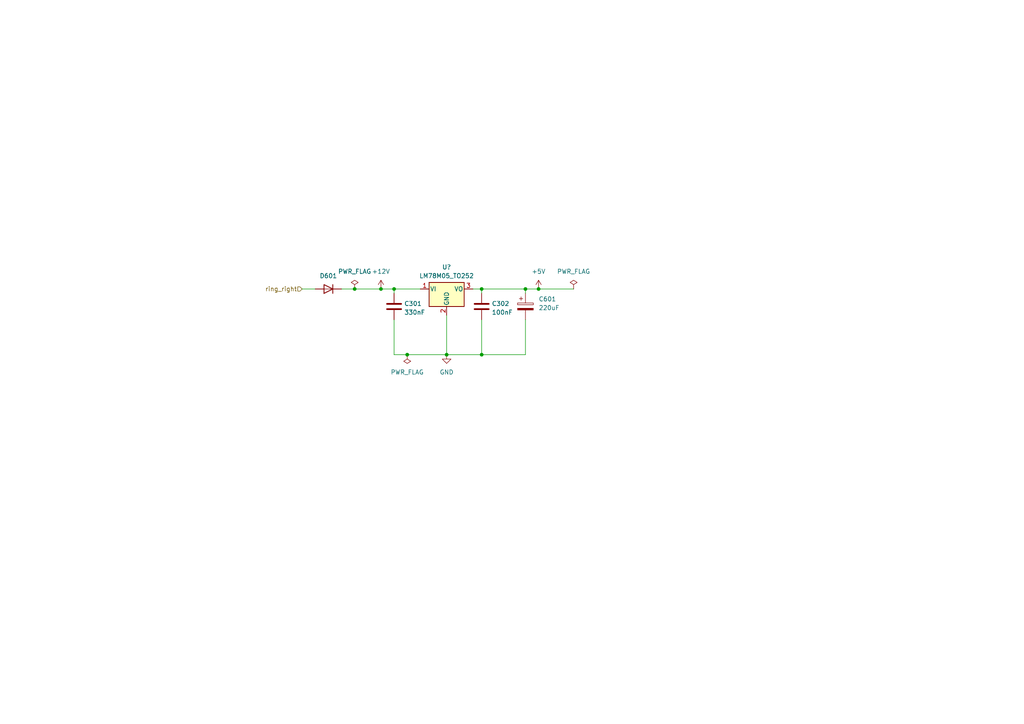
<source format=kicad_sch>
(kicad_sch (version 20230121) (generator eeschema)
  (paper "A4")
  (lib_symbols
    (symbol "Device:C" (pin_numbers hide) (pin_names (offset 0.254))
      (property "Reference" "C" (at 0.635 2.54 0))
      (property "Value" "C" (at 0.635 -2.54 0))
      (symbol "C_0_1"
        (polyline (pts (xy -2.032 -0.762) (xy 2.032 -0.762)) (stroke (width 0.508)))
        (polyline (pts (xy -2.032 0.762) (xy 2.032 0.762)) (stroke (width 0.508)))
      )
      (symbol "C_1_1"
        (pin passive line (at 0 3.81 270) (length 2.794) (name "~") (number "1"))
        (pin passive line (at 0 -3.81 90) (length 2.794) (name "~") (number "2"))
      )
    )
    (symbol "Device:C_Polarized" (pin_numbers hide) (pin_names (offset 0.254))
      (property "Reference" "C" (at 0.635 2.54 0))
      (property "Value" "C_Polarized" (at 0.635 -2.54 0))
      (symbol "C_Polarized_0_1"
        (rectangle (start -2.286 0.508) (end 2.286 1.016))
        (polyline (pts (xy -1.778 2.286) (xy -0.762 2.286)))
        (polyline (pts (xy -1.27 2.794) (xy -1.27 1.778)))
        (rectangle (start 2.286 -0.508) (end -2.286 -1.016) (fill (type outline)))
      )
      (symbol "C_Polarized_1_1"
        (pin passive line (at 0 3.81 270) (length 2.794) (name "~") (number "1"))
        (pin passive line (at 0 -3.81 90) (length 2.794) (name "~") (number "2"))
      )
    )
    (symbol "Regulator_Linear:LM78M05_TO252" (pin_names (offset 0.254))
      (property "Reference" "U" (at -3.81 3.175 0))
      (property "Value" "LM78M05_TO252" (at 0 3.175 0))
      (symbol "LM78M05_TO252_0_1"
        (rectangle (start -5.08 1.905) (end 5.08 -5.08) (stroke (width 0.254)) (fill (type background)))
      )
      (symbol "LM78M05_TO252_1_1"
        (pin power_in line (at -7.62 0 0) (length 2.54) (name "VI") (number "1"))
        (pin power_in line (at 0 -7.62 90) (length 2.54) (name "GND") (number "2"))
        (pin power_out line (at 7.62 0 180) (length 2.54) (name "VO") (number "3"))
      )
    )
    (symbol "custom_kicad_lib_sk:SS53" (pin_numbers hide) (pin_names (offset 1.016) hide)
      (property "Reference" "D" (at 0 2.54 0))
      (property "Value" "SS53" (at 0 -1.27 0))
      (symbol "SS53_0_1"
        (polyline (pts (xy -1.27 2.54) (xy -1.27 0)) (stroke (width 0.254)))
        (polyline (pts (xy 1.27 1.27) (xy -1.27 1.27)))
        (polyline (pts (xy 1.27 2.54) (xy 1.27 0) (xy -1.27 1.27) (xy 1.27 2.54)) (stroke (width 0.254)))
      )
      (symbol "SS53_1_1"
        (pin passive line (at -3.81 1.27 0) (length 2.54) (name "K") (number "1"))
        (pin passive line (at 3.81 1.27 180) (length 2.54) (name "A") (number "2"))
      )
    )
    (symbol "power:+12V" (power) (pin_names (offset 0))
      (property "Value" "+12V" (at 0 3.556 0))
      (symbol "+12V_0_1"
        (polyline (pts (xy -0.762 1.27) (xy 0 2.54)))
        (polyline (pts (xy 0 0) (xy 0 2.54)))
        (polyline (pts (xy 0 2.54) (xy 0.762 1.27)))
      )
      (symbol "+12V_1_1"
        (pin power_in line (at 0 0 90) (length 0) hide (name "+12V") (number "1"))
      )
    )
    (symbol "power:+5V" (power) (pin_names (offset 0))
      (property "Value" "+5V" (at 0 3.556 0))
      (symbol "+5V_0_1"
        (polyline (pts (xy -0.762 1.27) (xy 0 2.54)))
        (polyline (pts (xy 0 0) (xy 0 2.54)))
        (polyline (pts (xy 0 2.54) (xy 0.762 1.27)))
      )
      (symbol "+5V_1_1"
        (pin power_in line (at 0 0 90) (length 0) hide (name "+5V") (number "1"))
      )
    )
    (symbol "power:GND" (power) (pin_names (offset 0))
      (property "Value" "GND" (at 0 -3.81 0))
      (symbol "GND_0_1"
        (polyline (pts (xy 0 0) (xy 0 -1.27) (xy 1.27 -1.27) (xy 0 -2.54) (xy -1.27 -1.27) (xy 0 -1.27)))
      )
      (symbol "GND_1_1"
        (pin power_in line (at 0 0 270) (length 0) hide (name "GND") (number "1"))
      )
    )
    (symbol "power:PWR_FLAG" (power) (pin_numbers hide) (pin_names (offset 0) hide)
      (property "Value" "PWR_FLAG" (at 0 3.81 0))
      (symbol "PWR_FLAG_0_0"
        (pin power_out line (at 0 0 90) (length 0) (name "pwr") (number "1"))
      )
      (symbol "PWR_FLAG_0_1"
        (polyline (pts (xy 0 0) (xy 0 1.27) (xy -1.016 1.905) (xy 0 2.54) (xy 1.016 1.905) (xy 0 1.27)))
      )
    )
  )
  (junction (at 110.49 83.82))
  (junction (at 139.7 83.82))
  (junction (at 152.4 83.82))
  (junction (at 156.21 83.82))
  (junction (at 129.54 102.87))
  (junction (at 114.3 83.82))
  (junction (at 118.11 102.87))
  (junction (at 139.7 102.87))
  (junction (at 102.87 83.82))
  (wire (pts (xy 114.3 83.82) (xy 121.92 83.82)))
  (wire (pts (xy 102.87 83.82) (xy 110.49 83.82)))
  (wire (pts (xy 139.7 92.71) (xy 139.7 102.87)))
  (wire (pts (xy 152.4 92.71) (xy 152.4 102.87)))
  (wire (pts (xy 99.06 83.82) (xy 102.87 83.82)))
  (wire (pts (xy 114.3 85.09) (xy 114.3 83.82)))
  (wire (pts (xy 152.4 83.82) (xy 156.21 83.82)))
  (wire (pts (xy 152.4 83.82) (xy 152.4 85.09)))
  (wire (pts (xy 114.3 92.71) (xy 114.3 102.87)))
  (wire (pts (xy 156.21 83.82) (xy 166.37 83.82)))
  (wire (pts (xy 118.11 102.87) (xy 129.54 102.87)))
  (wire (pts (xy 129.54 91.44) (xy 129.54 102.87)))
  (wire (pts (xy 118.11 102.87) (xy 114.3 102.87)))
  (wire (pts (xy 139.7 102.87) (xy 152.4 102.87)))
  (wire (pts (xy 137.16 83.82) (xy 139.7 83.82)))
  (wire (pts (xy 87.63 83.82) (xy 91.44 83.82)))
  (wire (pts (xy 139.7 85.09) (xy 139.7 83.82)))
  (wire (pts (xy 139.7 83.82) (xy 152.4 83.82)))
  (wire (pts (xy 129.54 102.87) (xy 139.7 102.87)))
  (wire (pts (xy 110.49 83.82) (xy 114.3 83.82)))
  (hierarchical_label "ring_right" (shape input) (at 87.63 83.82 180))
  (symbol (lib_id "power:GND") (at 129.54 102.87 0) (unit 1)
    (property "Reference" "#PWR0102" (effects hide))
    (property "Value" "GND" (at 129.54 107.95 0))
    (instances (project "LDO" (path "" (reference "#PWR0102") (unit 1))) (project "BloX_MkII" (path "" (reference "#PWR0111") (unit 1))))
  )
  (symbol (lib_id "Device:C") (at 139.7 88.9 0) (unit 1)
    (property "Reference" "C302" (at 142.621 88.0653 0) (effects (justify left)))
    (property "Value" "100nF" (at 142.621 90.6022 0) (effects (justify left)))
    (property "Footprint" "Capacitor_SMD:C_0603_1608Metric_Pad1.08x0.95mm_HandSolder" (effects hide))
    (property "JLCPCB Part#" "C14663" (effects hide))
    (instances (project "LDO" (path "" (reference "C302") (unit 1))) (project "BloX_MkII" (path "" (reference "C302") (unit 1))) (project "general_schematics" (path "" (reference "C1802") (unit 1))))
  )
  (symbol (lib_id "custom_kicad_lib_sk:SS53") (at 95.25 82.55 180) (unit 1)
    (property "Reference" "D601" (at 95.25 80.01 0))
    (property "Value" "SS53" (effects hide))
    (property "Footprint" "Diode_SMD:D_SMA" (effects hide))
    (property "Sim.Device" "D" (effects hide))
    (property "Sim.Pins" "1=K 2=A" (effects hide))
    (property "JLCPCB Part#" "C8678" (effects hide))
  )
  (symbol (lib_id "power:PWR_FLAG") (at 166.37 83.82 0) (unit 1)
    (property "Reference" "#FLG0801" (effects hide))
    (property "Value" "PWR_FLAG" (at 166.37 78.74 0))
  )
  (symbol (lib_id "Device:C_Polarized") (at 152.4 88.9 0) (unit 1)
    (property "Reference" "C601" (at 156.21 86.741 0) (effects (justify left)))
    (property "Value" "220uF" (at 156.21 89.281 0) (effects (justify left)))
    (property "Footprint" "Capacitor_SMD:CP_Elec_10x10" (effects hide))
    (property "JLCPCB Part#" "C125977" (effects hide))
  )
  (symbol (lib_id "power:+12V") (at 110.49 83.82 0) (unit 1)
    (property "Reference" "#PWR0701" (effects hide))
    (property "Value" "+12V" (at 110.49 78.74 0))
  )
  (symbol (lib_id "power:PWR_FLAG") (at 118.11 102.87 180) (unit 1)
    (property "Reference" "#FLG0804" (effects hide))
    (property "Value" "PWR_FLAG" (at 118.11 107.95 0))
  )
  (symbol (lib_id "Regulator_Linear:LM78M05_TO252") (at 129.54 83.82 0) (unit 1)
    (property "Reference" "U?" (at 129.54 77.47 0))
    (property "Value" "LM78M05_TO252" (at 129.54 80.01 0))
    (property "Footprint" "Package_TO_SOT_SMD:TO-252-2" (effects hide))
    (property "Datasheet" "https://www.onsemi.com/pub/Collateral/MC78M00-D.PDF" (effects hide))
    (property "JLCPCB Part#" "C58069" (effects hide))
    (instances (project "BloX_MkII" (path "" (reference "U?") (unit 1)) (path "" (reference "U301") (unit 1))))
  )
  (symbol (lib_id "power:+5V") (at 156.21 83.82 0) (unit 1)
    (property "Reference" "#PWR0101" (effects hide))
    (property "Value" "+5V" (at 156.21 78.74 0))
    (instances (project "LDO" (path "" (reference "#PWR0101") (unit 1))) (project "BloX_MkII" (path "" (reference "#PWR0109") (unit 1))))
  )
  (symbol (lib_id "power:PWR_FLAG") (at 102.87 83.82 0) (unit 1)
    (property "Reference" "#FLG0803" (effects hide))
    (property "Value" "PWR_FLAG" (at 102.87 78.74 0))
  )
  (symbol (lib_id "Device:C") (at 114.3 88.9 0) (unit 1)
    (property "Reference" "C301" (at 117.221 88.0653 0) (effects (justify left)))
    (property "Value" "330nF" (at 117.221 90.6022 0) (effects (justify left)))
    (property "Footprint" "Capacitor_SMD:C_0603_1608Metric_Pad1.08x0.95mm_HandSolder" (effects hide))
    (property "JLCPCB Part#" "C1615" (effects hide))
    (instances (project "LDO" (path "" (reference "C301") (unit 1))) (project "BloX_MkII" (path "" (reference "C301") (unit 1))) (project "general_schematics" (path "" (reference "C1801") (unit 1))))
  )
)
</source>
